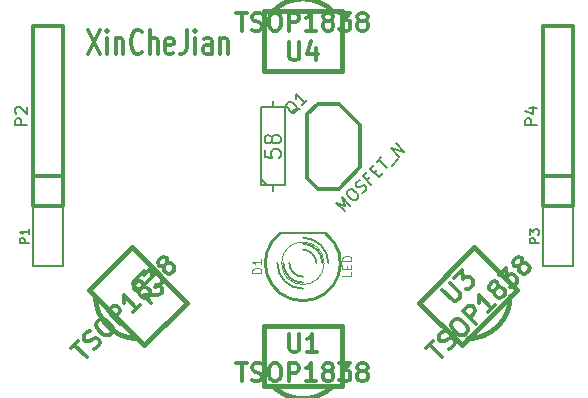
<source format=gto>
G04 (created by PCBNEW (2011-nov-30)-testing) date Wed 12 Sep 2012 01:04:55 AM CST*
%MOIN*%
G04 Gerber Fmt 3.4, Leading zero omitted, Abs format*
%FSLAX34Y34*%
G01*
G70*
G90*
G04 APERTURE LIST*
%ADD10C,0.006*%
%ADD11C,0.012*%
%ADD12C,0.015*%
%ADD13C,0.008*%
%ADD14C,0.003*%
%ADD15C,0.01*%
%ADD16C,0.0035*%
G04 APERTURE END LIST*
G54D10*
G54D11*
X21343Y-17124D02*
X21743Y-17924D01*
X21743Y-17124D02*
X21343Y-17924D01*
X21971Y-17924D02*
X21971Y-17390D01*
X21971Y-17124D02*
X21942Y-17162D01*
X21971Y-17200D01*
X21999Y-17162D01*
X21971Y-17124D01*
X21971Y-17200D01*
X22257Y-17390D02*
X22257Y-17924D01*
X22257Y-17467D02*
X22285Y-17429D01*
X22343Y-17390D01*
X22428Y-17390D01*
X22485Y-17429D01*
X22514Y-17505D01*
X22514Y-17924D01*
X23143Y-17848D02*
X23114Y-17886D01*
X23028Y-17924D01*
X22971Y-17924D01*
X22886Y-17886D01*
X22828Y-17810D01*
X22800Y-17733D01*
X22771Y-17581D01*
X22771Y-17467D01*
X22800Y-17314D01*
X22828Y-17238D01*
X22886Y-17162D01*
X22971Y-17124D01*
X23028Y-17124D01*
X23114Y-17162D01*
X23143Y-17200D01*
X23400Y-17924D02*
X23400Y-17124D01*
X23657Y-17924D02*
X23657Y-17505D01*
X23628Y-17429D01*
X23571Y-17390D01*
X23486Y-17390D01*
X23428Y-17429D01*
X23400Y-17467D01*
X24171Y-17886D02*
X24114Y-17924D01*
X24000Y-17924D01*
X23943Y-17886D01*
X23914Y-17810D01*
X23914Y-17505D01*
X23943Y-17429D01*
X24000Y-17390D01*
X24114Y-17390D01*
X24171Y-17429D01*
X24200Y-17505D01*
X24200Y-17581D01*
X23914Y-17657D01*
X24628Y-17124D02*
X24628Y-17695D01*
X24600Y-17810D01*
X24543Y-17886D01*
X24457Y-17924D01*
X24400Y-17924D01*
X24914Y-17924D02*
X24914Y-17390D01*
X24914Y-17124D02*
X24885Y-17162D01*
X24914Y-17200D01*
X24942Y-17162D01*
X24914Y-17124D01*
X24914Y-17200D01*
X25457Y-17924D02*
X25457Y-17505D01*
X25428Y-17429D01*
X25371Y-17390D01*
X25257Y-17390D01*
X25200Y-17429D01*
X25457Y-17886D02*
X25400Y-17924D01*
X25257Y-17924D01*
X25200Y-17886D01*
X25171Y-17810D01*
X25171Y-17733D01*
X25200Y-17657D01*
X25257Y-17619D01*
X25400Y-17619D01*
X25457Y-17581D01*
X25743Y-17390D02*
X25743Y-17924D01*
X25743Y-17467D02*
X25771Y-17429D01*
X25829Y-17390D01*
X25914Y-17390D01*
X25971Y-17429D01*
X26000Y-17505D01*
X26000Y-17924D01*
G54D12*
X27500Y-29000D02*
G75*
G03X29500Y-29000I1000J1000D01*
G74*
G01*
X27200Y-27000D02*
X27200Y-29000D01*
X27200Y-29000D02*
X29800Y-29000D01*
X29800Y-29000D02*
X29800Y-27000D01*
X29800Y-27000D02*
X27200Y-27000D01*
X29500Y-16500D02*
G75*
G03X27500Y-16500I-1000J-1000D01*
G74*
G01*
X29800Y-18500D02*
X29800Y-16500D01*
X29800Y-16500D02*
X27200Y-16500D01*
X27200Y-16500D02*
X27200Y-18500D01*
X27200Y-18500D02*
X29800Y-18500D01*
X21586Y-26000D02*
G75*
G03X23000Y-27414I1414J0D01*
G74*
G01*
X22788Y-24374D02*
X21374Y-25788D01*
X21374Y-25788D02*
X23212Y-27626D01*
X23212Y-27626D02*
X24626Y-26212D01*
X24626Y-26212D02*
X22788Y-24374D01*
X34000Y-27414D02*
G75*
G03X35414Y-26000I0J1414D01*
G74*
G01*
X32374Y-26212D02*
X33788Y-27626D01*
X33788Y-27626D02*
X35626Y-25788D01*
X35626Y-25788D02*
X34212Y-24374D01*
X34212Y-24374D02*
X32374Y-26212D01*
G54D11*
X28646Y-19939D02*
X28646Y-22061D01*
X28646Y-22061D02*
X29000Y-22414D01*
X29000Y-22414D02*
X29707Y-22414D01*
X29707Y-22414D02*
X30414Y-21707D01*
X30414Y-21707D02*
X30414Y-20293D01*
X30414Y-20293D02*
X29707Y-19586D01*
X29707Y-19586D02*
X29000Y-19586D01*
X29000Y-19586D02*
X28646Y-19939D01*
G54D13*
X27500Y-22500D02*
X27500Y-22300D01*
X27500Y-19500D02*
X27500Y-19700D01*
X27500Y-19700D02*
X27100Y-19700D01*
X27100Y-19700D02*
X27100Y-22300D01*
X27100Y-22300D02*
X27900Y-22300D01*
X27900Y-22300D02*
X27900Y-19700D01*
X27900Y-19700D02*
X27500Y-19700D01*
X27300Y-22300D02*
X27100Y-22100D01*
G54D10*
X20500Y-25000D02*
X19500Y-25000D01*
X19500Y-25000D02*
X19500Y-23000D01*
X19500Y-23000D02*
X20500Y-23000D01*
X20500Y-23000D02*
X20500Y-25000D01*
X37500Y-25000D02*
X36500Y-25000D01*
X36500Y-25000D02*
X36500Y-23000D01*
X36500Y-23000D02*
X37500Y-23000D01*
X37500Y-23000D02*
X37500Y-25000D01*
G54D11*
X20500Y-23000D02*
X19500Y-23000D01*
X19500Y-23000D02*
X19500Y-17000D01*
X19500Y-17000D02*
X20500Y-17000D01*
X20500Y-17000D02*
X20500Y-23000D01*
X20500Y-22000D02*
X19500Y-22000D01*
X37500Y-23000D02*
X36500Y-23000D01*
X36500Y-23000D02*
X36500Y-17000D01*
X36500Y-17000D02*
X37500Y-17000D01*
X37500Y-17000D02*
X37500Y-23000D01*
X37500Y-22000D02*
X36500Y-22000D01*
G54D13*
X29250Y-23880D02*
X27750Y-23880D01*
G54D14*
X29207Y-24900D02*
G75*
G03X29207Y-24900I-707J0D01*
G74*
G01*
G54D15*
X27749Y-23900D02*
G75*
G03X29251Y-23900I751J-1000D01*
G74*
G01*
G54D10*
X28050Y-24900D02*
G75*
G03X28500Y-25350I450J0D01*
G74*
G01*
X28950Y-24900D02*
G75*
G03X28500Y-24450I-450J0D01*
G74*
G01*
X27850Y-24900D02*
G75*
G03X28500Y-25550I650J0D01*
G74*
G01*
X29150Y-24900D02*
G75*
G03X28500Y-24250I-650J0D01*
G74*
G01*
X27650Y-24900D02*
G75*
G03X28500Y-25750I850J0D01*
G74*
G01*
X29350Y-24900D02*
G75*
G03X28500Y-24050I-850J0D01*
G74*
G01*
G54D11*
X28043Y-27249D02*
X28043Y-27735D01*
X28071Y-27792D01*
X28100Y-27820D01*
X28157Y-27849D01*
X28271Y-27849D01*
X28329Y-27820D01*
X28357Y-27792D01*
X28386Y-27735D01*
X28386Y-27249D01*
X28986Y-27849D02*
X28643Y-27849D01*
X28815Y-27849D02*
X28815Y-27249D01*
X28758Y-27335D01*
X28700Y-27392D01*
X28643Y-27420D01*
X26287Y-28234D02*
X26630Y-28234D01*
X26459Y-28834D02*
X26459Y-28234D01*
X26801Y-28805D02*
X26887Y-28834D01*
X27030Y-28834D01*
X27087Y-28805D01*
X27116Y-28777D01*
X27144Y-28720D01*
X27144Y-28662D01*
X27116Y-28605D01*
X27087Y-28577D01*
X27030Y-28548D01*
X26916Y-28520D01*
X26858Y-28491D01*
X26830Y-28462D01*
X26801Y-28405D01*
X26801Y-28348D01*
X26830Y-28291D01*
X26858Y-28262D01*
X26916Y-28234D01*
X27058Y-28234D01*
X27144Y-28262D01*
X27515Y-28234D02*
X27629Y-28234D01*
X27687Y-28262D01*
X27744Y-28320D01*
X27772Y-28434D01*
X27772Y-28634D01*
X27744Y-28748D01*
X27687Y-28805D01*
X27629Y-28834D01*
X27515Y-28834D01*
X27458Y-28805D01*
X27401Y-28748D01*
X27372Y-28634D01*
X27372Y-28434D01*
X27401Y-28320D01*
X27458Y-28262D01*
X27515Y-28234D01*
X28030Y-28834D02*
X28030Y-28234D01*
X28258Y-28234D01*
X28316Y-28262D01*
X28344Y-28291D01*
X28373Y-28348D01*
X28373Y-28434D01*
X28344Y-28491D01*
X28316Y-28520D01*
X28258Y-28548D01*
X28030Y-28548D01*
X28944Y-28834D02*
X28601Y-28834D01*
X28773Y-28834D02*
X28773Y-28234D01*
X28716Y-28320D01*
X28658Y-28377D01*
X28601Y-28405D01*
X29287Y-28491D02*
X29229Y-28462D01*
X29201Y-28434D01*
X29172Y-28377D01*
X29172Y-28348D01*
X29201Y-28291D01*
X29229Y-28262D01*
X29287Y-28234D01*
X29401Y-28234D01*
X29458Y-28262D01*
X29487Y-28291D01*
X29515Y-28348D01*
X29515Y-28377D01*
X29487Y-28434D01*
X29458Y-28462D01*
X29401Y-28491D01*
X29287Y-28491D01*
X29229Y-28520D01*
X29201Y-28548D01*
X29172Y-28605D01*
X29172Y-28720D01*
X29201Y-28777D01*
X29229Y-28805D01*
X29287Y-28834D01*
X29401Y-28834D01*
X29458Y-28805D01*
X29487Y-28777D01*
X29515Y-28720D01*
X29515Y-28605D01*
X29487Y-28548D01*
X29458Y-28520D01*
X29401Y-28491D01*
X29715Y-28234D02*
X30086Y-28234D01*
X29886Y-28462D01*
X29972Y-28462D01*
X30029Y-28491D01*
X30058Y-28520D01*
X30086Y-28577D01*
X30086Y-28720D01*
X30058Y-28777D01*
X30029Y-28805D01*
X29972Y-28834D01*
X29800Y-28834D01*
X29743Y-28805D01*
X29715Y-28777D01*
X30429Y-28491D02*
X30371Y-28462D01*
X30343Y-28434D01*
X30314Y-28377D01*
X30314Y-28348D01*
X30343Y-28291D01*
X30371Y-28262D01*
X30429Y-28234D01*
X30543Y-28234D01*
X30600Y-28262D01*
X30629Y-28291D01*
X30657Y-28348D01*
X30657Y-28377D01*
X30629Y-28434D01*
X30600Y-28462D01*
X30543Y-28491D01*
X30429Y-28491D01*
X30371Y-28520D01*
X30343Y-28548D01*
X30314Y-28605D01*
X30314Y-28720D01*
X30343Y-28777D01*
X30371Y-28805D01*
X30429Y-28834D01*
X30543Y-28834D01*
X30600Y-28805D01*
X30629Y-28777D01*
X30657Y-28720D01*
X30657Y-28605D01*
X30629Y-28548D01*
X30600Y-28520D01*
X30543Y-28491D01*
X28043Y-17537D02*
X28043Y-18023D01*
X28071Y-18080D01*
X28100Y-18108D01*
X28157Y-18137D01*
X28271Y-18137D01*
X28329Y-18108D01*
X28357Y-18080D01*
X28386Y-18023D01*
X28386Y-17537D01*
X28929Y-17737D02*
X28929Y-18137D01*
X28786Y-17508D02*
X28643Y-17937D01*
X29015Y-17937D01*
X26287Y-16552D02*
X26630Y-16552D01*
X26459Y-17152D02*
X26459Y-16552D01*
X26801Y-17123D02*
X26887Y-17152D01*
X27030Y-17152D01*
X27087Y-17123D01*
X27116Y-17095D01*
X27144Y-17038D01*
X27144Y-16980D01*
X27116Y-16923D01*
X27087Y-16895D01*
X27030Y-16866D01*
X26916Y-16838D01*
X26858Y-16809D01*
X26830Y-16780D01*
X26801Y-16723D01*
X26801Y-16666D01*
X26830Y-16609D01*
X26858Y-16580D01*
X26916Y-16552D01*
X27058Y-16552D01*
X27144Y-16580D01*
X27515Y-16552D02*
X27629Y-16552D01*
X27687Y-16580D01*
X27744Y-16638D01*
X27772Y-16752D01*
X27772Y-16952D01*
X27744Y-17066D01*
X27687Y-17123D01*
X27629Y-17152D01*
X27515Y-17152D01*
X27458Y-17123D01*
X27401Y-17066D01*
X27372Y-16952D01*
X27372Y-16752D01*
X27401Y-16638D01*
X27458Y-16580D01*
X27515Y-16552D01*
X28030Y-17152D02*
X28030Y-16552D01*
X28258Y-16552D01*
X28316Y-16580D01*
X28344Y-16609D01*
X28373Y-16666D01*
X28373Y-16752D01*
X28344Y-16809D01*
X28316Y-16838D01*
X28258Y-16866D01*
X28030Y-16866D01*
X28944Y-17152D02*
X28601Y-17152D01*
X28773Y-17152D02*
X28773Y-16552D01*
X28716Y-16638D01*
X28658Y-16695D01*
X28601Y-16723D01*
X29287Y-16809D02*
X29229Y-16780D01*
X29201Y-16752D01*
X29172Y-16695D01*
X29172Y-16666D01*
X29201Y-16609D01*
X29229Y-16580D01*
X29287Y-16552D01*
X29401Y-16552D01*
X29458Y-16580D01*
X29487Y-16609D01*
X29515Y-16666D01*
X29515Y-16695D01*
X29487Y-16752D01*
X29458Y-16780D01*
X29401Y-16809D01*
X29287Y-16809D01*
X29229Y-16838D01*
X29201Y-16866D01*
X29172Y-16923D01*
X29172Y-17038D01*
X29201Y-17095D01*
X29229Y-17123D01*
X29287Y-17152D01*
X29401Y-17152D01*
X29458Y-17123D01*
X29487Y-17095D01*
X29515Y-17038D01*
X29515Y-16923D01*
X29487Y-16866D01*
X29458Y-16838D01*
X29401Y-16809D01*
X29715Y-16552D02*
X30086Y-16552D01*
X29886Y-16780D01*
X29972Y-16780D01*
X30029Y-16809D01*
X30058Y-16838D01*
X30086Y-16895D01*
X30086Y-17038D01*
X30058Y-17095D01*
X30029Y-17123D01*
X29972Y-17152D01*
X29800Y-17152D01*
X29743Y-17123D01*
X29715Y-17095D01*
X30429Y-16809D02*
X30371Y-16780D01*
X30343Y-16752D01*
X30314Y-16695D01*
X30314Y-16666D01*
X30343Y-16609D01*
X30371Y-16580D01*
X30429Y-16552D01*
X30543Y-16552D01*
X30600Y-16580D01*
X30629Y-16609D01*
X30657Y-16666D01*
X30657Y-16695D01*
X30629Y-16752D01*
X30600Y-16780D01*
X30543Y-16809D01*
X30429Y-16809D01*
X30371Y-16838D01*
X30343Y-16866D01*
X30314Y-16923D01*
X30314Y-17038D01*
X30343Y-17095D01*
X30371Y-17123D01*
X30429Y-17152D01*
X30543Y-17152D01*
X30600Y-17123D01*
X30629Y-17095D01*
X30657Y-17038D01*
X30657Y-16923D01*
X30629Y-16866D01*
X30600Y-16838D01*
X30543Y-16809D01*
X23208Y-25145D02*
X22865Y-25489D01*
X22844Y-25549D01*
X22845Y-25589D01*
X22865Y-25650D01*
X22945Y-25731D01*
X23007Y-25751D01*
X23046Y-25751D01*
X23107Y-25732D01*
X23451Y-25388D01*
X23592Y-25610D02*
X23633Y-25610D01*
X23693Y-25630D01*
X23794Y-25732D01*
X23815Y-25792D01*
X23815Y-25833D01*
X23794Y-25893D01*
X23754Y-25933D01*
X23674Y-25974D01*
X23188Y-25974D01*
X23451Y-26236D01*
X20765Y-27730D02*
X21007Y-27488D01*
X21311Y-28033D02*
X20886Y-27609D01*
X21532Y-27771D02*
X21613Y-27730D01*
X21714Y-27629D01*
X21734Y-27568D01*
X21735Y-27528D01*
X21714Y-27468D01*
X21673Y-27427D01*
X21613Y-27407D01*
X21573Y-27407D01*
X21512Y-27427D01*
X21412Y-27488D01*
X21350Y-27508D01*
X21310Y-27508D01*
X21249Y-27488D01*
X21209Y-27448D01*
X21189Y-27387D01*
X21188Y-27346D01*
X21210Y-27286D01*
X21310Y-27185D01*
X21391Y-27144D01*
X21633Y-26862D02*
X21714Y-26781D01*
X21774Y-26760D01*
X21856Y-26761D01*
X21956Y-26822D01*
X22098Y-26963D01*
X22158Y-27064D01*
X22158Y-27144D01*
X22138Y-27206D01*
X22057Y-27286D01*
X21997Y-27306D01*
X21916Y-27306D01*
X21815Y-27246D01*
X21673Y-27105D01*
X21613Y-27003D01*
X21613Y-26922D01*
X21633Y-26862D01*
X22421Y-26922D02*
X21997Y-26498D01*
X22158Y-26337D01*
X22219Y-26315D01*
X22260Y-26316D01*
X22320Y-26336D01*
X22381Y-26397D01*
X22401Y-26458D01*
X22402Y-26498D01*
X22380Y-26559D01*
X22219Y-26720D01*
X23068Y-26276D02*
X22825Y-26518D01*
X22947Y-26397D02*
X22523Y-25973D01*
X22543Y-26074D01*
X22542Y-26155D01*
X22522Y-26215D01*
X23068Y-25791D02*
X23006Y-25811D01*
X22967Y-25811D01*
X22906Y-25792D01*
X22885Y-25771D01*
X22866Y-25710D01*
X22865Y-25670D01*
X22886Y-25609D01*
X22967Y-25528D01*
X23027Y-25508D01*
X23068Y-25508D01*
X23128Y-25528D01*
X23148Y-25549D01*
X23169Y-25609D01*
X23168Y-25649D01*
X23148Y-25710D01*
X23068Y-25791D01*
X23047Y-25852D01*
X23047Y-25892D01*
X23067Y-25953D01*
X23148Y-26034D01*
X23209Y-26054D01*
X23249Y-26054D01*
X23310Y-26033D01*
X23391Y-25953D01*
X23411Y-25892D01*
X23411Y-25852D01*
X23391Y-25792D01*
X23310Y-25710D01*
X23250Y-25690D01*
X23209Y-25690D01*
X23148Y-25710D01*
X23189Y-25306D02*
X23451Y-25044D01*
X23471Y-25347D01*
X23532Y-25286D01*
X23592Y-25266D01*
X23633Y-25266D01*
X23694Y-25287D01*
X23795Y-25388D01*
X23815Y-25448D01*
X23814Y-25488D01*
X23795Y-25549D01*
X23673Y-25671D01*
X23612Y-25690D01*
X23573Y-25690D01*
X23875Y-24983D02*
X23814Y-25004D01*
X23774Y-25004D01*
X23713Y-24984D01*
X23693Y-24963D01*
X23673Y-24903D01*
X23672Y-24862D01*
X23694Y-24802D01*
X23774Y-24721D01*
X23834Y-24700D01*
X23875Y-24700D01*
X23935Y-24721D01*
X23956Y-24741D01*
X23976Y-24802D01*
X23976Y-24842D01*
X23956Y-24903D01*
X23875Y-24983D01*
X23855Y-25045D01*
X23855Y-25084D01*
X23875Y-25145D01*
X23956Y-25227D01*
X24017Y-25246D01*
X24056Y-25246D01*
X24118Y-25226D01*
X24198Y-25145D01*
X24218Y-25084D01*
X24219Y-25044D01*
X24198Y-24984D01*
X24117Y-24903D01*
X24057Y-24882D01*
X24017Y-24883D01*
X23956Y-24903D01*
X33145Y-25792D02*
X33489Y-26135D01*
X33549Y-26156D01*
X33589Y-26155D01*
X33650Y-26135D01*
X33731Y-26055D01*
X33751Y-25993D01*
X33751Y-25954D01*
X33732Y-25893D01*
X33388Y-25549D01*
X33550Y-25387D02*
X33812Y-25125D01*
X33832Y-25428D01*
X33893Y-25367D01*
X33954Y-25347D01*
X33995Y-25347D01*
X34055Y-25367D01*
X34156Y-25469D01*
X34176Y-25529D01*
X34176Y-25569D01*
X34156Y-25630D01*
X34034Y-25751D01*
X33973Y-25771D01*
X33934Y-25771D01*
X32601Y-27730D02*
X32843Y-27488D01*
X33147Y-28033D02*
X32722Y-27609D01*
X33368Y-27771D02*
X33449Y-27730D01*
X33550Y-27629D01*
X33570Y-27568D01*
X33571Y-27528D01*
X33550Y-27468D01*
X33509Y-27427D01*
X33449Y-27407D01*
X33409Y-27407D01*
X33348Y-27427D01*
X33248Y-27488D01*
X33186Y-27508D01*
X33146Y-27508D01*
X33085Y-27488D01*
X33045Y-27448D01*
X33025Y-27387D01*
X33024Y-27346D01*
X33046Y-27286D01*
X33146Y-27185D01*
X33227Y-27144D01*
X33469Y-26862D02*
X33550Y-26781D01*
X33610Y-26760D01*
X33692Y-26761D01*
X33792Y-26822D01*
X33934Y-26963D01*
X33994Y-27064D01*
X33994Y-27144D01*
X33974Y-27206D01*
X33893Y-27286D01*
X33833Y-27306D01*
X33752Y-27306D01*
X33651Y-27246D01*
X33509Y-27105D01*
X33449Y-27003D01*
X33449Y-26922D01*
X33469Y-26862D01*
X34257Y-26922D02*
X33833Y-26498D01*
X33994Y-26337D01*
X34055Y-26315D01*
X34096Y-26316D01*
X34156Y-26336D01*
X34217Y-26397D01*
X34237Y-26458D01*
X34238Y-26498D01*
X34216Y-26559D01*
X34055Y-26720D01*
X34904Y-26276D02*
X34661Y-26518D01*
X34783Y-26397D02*
X34359Y-25973D01*
X34379Y-26074D01*
X34378Y-26155D01*
X34358Y-26215D01*
X34904Y-25791D02*
X34842Y-25811D01*
X34803Y-25811D01*
X34742Y-25792D01*
X34721Y-25771D01*
X34702Y-25710D01*
X34701Y-25670D01*
X34722Y-25609D01*
X34803Y-25528D01*
X34863Y-25508D01*
X34904Y-25508D01*
X34964Y-25528D01*
X34984Y-25549D01*
X35005Y-25609D01*
X35004Y-25649D01*
X34984Y-25710D01*
X34904Y-25791D01*
X34883Y-25852D01*
X34883Y-25892D01*
X34903Y-25953D01*
X34984Y-26034D01*
X35045Y-26054D01*
X35085Y-26054D01*
X35146Y-26033D01*
X35227Y-25953D01*
X35247Y-25892D01*
X35247Y-25852D01*
X35227Y-25792D01*
X35146Y-25710D01*
X35086Y-25690D01*
X35045Y-25690D01*
X34984Y-25710D01*
X35025Y-25306D02*
X35287Y-25044D01*
X35307Y-25347D01*
X35368Y-25286D01*
X35428Y-25266D01*
X35469Y-25266D01*
X35530Y-25287D01*
X35631Y-25388D01*
X35651Y-25448D01*
X35650Y-25488D01*
X35631Y-25549D01*
X35509Y-25671D01*
X35448Y-25690D01*
X35409Y-25690D01*
X35711Y-24983D02*
X35650Y-25004D01*
X35610Y-25004D01*
X35549Y-24984D01*
X35529Y-24963D01*
X35509Y-24903D01*
X35508Y-24862D01*
X35530Y-24802D01*
X35610Y-24721D01*
X35670Y-24700D01*
X35711Y-24700D01*
X35771Y-24721D01*
X35792Y-24741D01*
X35812Y-24802D01*
X35812Y-24842D01*
X35792Y-24903D01*
X35711Y-24983D01*
X35691Y-25045D01*
X35691Y-25084D01*
X35711Y-25145D01*
X35792Y-25227D01*
X35853Y-25246D01*
X35892Y-25246D01*
X35954Y-25226D01*
X36034Y-25145D01*
X36054Y-25084D01*
X36055Y-25044D01*
X36034Y-24984D01*
X35953Y-24903D01*
X35893Y-24882D01*
X35853Y-24883D01*
X35792Y-24903D01*
G54D13*
X28408Y-19754D02*
X28367Y-19768D01*
X28314Y-19768D01*
X28233Y-19768D01*
X28192Y-19782D01*
X28165Y-19809D01*
X28246Y-19862D02*
X28205Y-19876D01*
X28152Y-19876D01*
X28084Y-19836D01*
X27990Y-19741D01*
X27949Y-19674D01*
X27949Y-19620D01*
X27963Y-19580D01*
X28017Y-19525D01*
X28058Y-19512D01*
X28111Y-19512D01*
X28178Y-19552D01*
X28273Y-19647D01*
X28314Y-19714D01*
X28314Y-19768D01*
X28300Y-19808D01*
X28246Y-19862D01*
X28637Y-19471D02*
X28475Y-19633D01*
X28555Y-19553D02*
X28272Y-19270D01*
X28286Y-19337D01*
X28286Y-19391D01*
X28272Y-19431D01*
X29893Y-23166D02*
X29610Y-22883D01*
X29907Y-22990D01*
X29799Y-22694D01*
X30081Y-22977D01*
X29987Y-22506D02*
X30041Y-22451D01*
X30081Y-22438D01*
X30135Y-22438D01*
X30202Y-22478D01*
X30297Y-22573D01*
X30337Y-22640D01*
X30337Y-22694D01*
X30324Y-22734D01*
X30269Y-22789D01*
X30229Y-22802D01*
X30175Y-22802D01*
X30108Y-22762D01*
X30014Y-22667D01*
X29973Y-22600D01*
X29973Y-22546D01*
X29987Y-22506D01*
X30485Y-22546D02*
X30539Y-22519D01*
X30607Y-22451D01*
X30620Y-22411D01*
X30620Y-22384D01*
X30607Y-22344D01*
X30580Y-22317D01*
X30540Y-22304D01*
X30512Y-22303D01*
X30472Y-22316D01*
X30404Y-22357D01*
X30364Y-22371D01*
X30337Y-22371D01*
X30296Y-22357D01*
X30269Y-22330D01*
X30256Y-22290D01*
X30256Y-22263D01*
X30269Y-22223D01*
X30337Y-22155D01*
X30391Y-22128D01*
X30728Y-22033D02*
X30633Y-22128D01*
X30781Y-22277D02*
X30499Y-21994D01*
X30634Y-21859D01*
X30875Y-21886D02*
X30970Y-21791D01*
X31159Y-21899D02*
X31024Y-22034D01*
X30741Y-21751D01*
X30876Y-21616D01*
X30957Y-21536D02*
X31119Y-21374D01*
X31320Y-21738D02*
X31037Y-21455D01*
X31455Y-21657D02*
X31671Y-21441D01*
X31711Y-21347D02*
X31428Y-21064D01*
X31873Y-21185D01*
X31590Y-20902D01*
X27223Y-21119D02*
X27223Y-21357D01*
X27485Y-21381D01*
X27458Y-21357D01*
X27432Y-21309D01*
X27432Y-21190D01*
X27458Y-21143D01*
X27485Y-21119D01*
X27537Y-21095D01*
X27668Y-21095D01*
X27720Y-21119D01*
X27746Y-21143D01*
X27773Y-21190D01*
X27773Y-21309D01*
X27746Y-21357D01*
X27720Y-21381D01*
X27458Y-20810D02*
X27432Y-20857D01*
X27406Y-20881D01*
X27354Y-20905D01*
X27327Y-20905D01*
X27275Y-20881D01*
X27249Y-20857D01*
X27223Y-20810D01*
X27223Y-20714D01*
X27249Y-20667D01*
X27275Y-20643D01*
X27327Y-20619D01*
X27354Y-20619D01*
X27406Y-20643D01*
X27432Y-20667D01*
X27458Y-20714D01*
X27458Y-20810D01*
X27485Y-20857D01*
X27511Y-20881D01*
X27563Y-20905D01*
X27668Y-20905D01*
X27720Y-20881D01*
X27746Y-20857D01*
X27773Y-20810D01*
X27773Y-20714D01*
X27746Y-20667D01*
X27720Y-20643D01*
X27668Y-20619D01*
X27563Y-20619D01*
X27511Y-20643D01*
X27485Y-20667D01*
X27458Y-20714D01*
G54D10*
X19371Y-24222D02*
X19071Y-24222D01*
X19071Y-24107D01*
X19086Y-24079D01*
X19100Y-24064D01*
X19129Y-24050D01*
X19171Y-24050D01*
X19200Y-24064D01*
X19214Y-24079D01*
X19229Y-24107D01*
X19229Y-24222D01*
X19371Y-23764D02*
X19371Y-23936D01*
X19371Y-23850D02*
X19071Y-23850D01*
X19114Y-23879D01*
X19143Y-23907D01*
X19157Y-23936D01*
X36371Y-24222D02*
X36071Y-24222D01*
X36071Y-24107D01*
X36086Y-24079D01*
X36100Y-24064D01*
X36129Y-24050D01*
X36171Y-24050D01*
X36200Y-24064D01*
X36214Y-24079D01*
X36229Y-24107D01*
X36229Y-24222D01*
X36071Y-23950D02*
X36071Y-23764D01*
X36186Y-23864D01*
X36186Y-23822D01*
X36200Y-23793D01*
X36214Y-23779D01*
X36243Y-23764D01*
X36314Y-23764D01*
X36343Y-23779D01*
X36357Y-23793D01*
X36371Y-23822D01*
X36371Y-23907D01*
X36357Y-23936D01*
X36343Y-23950D01*
G54D13*
X19312Y-20295D02*
X18912Y-20295D01*
X18912Y-20142D01*
X18931Y-20104D01*
X18950Y-20085D01*
X18988Y-20066D01*
X19045Y-20066D01*
X19083Y-20085D01*
X19102Y-20104D01*
X19121Y-20142D01*
X19121Y-20295D01*
X18950Y-19914D02*
X18931Y-19895D01*
X18912Y-19857D01*
X18912Y-19761D01*
X18931Y-19723D01*
X18950Y-19704D01*
X18988Y-19685D01*
X19026Y-19685D01*
X19083Y-19704D01*
X19312Y-19933D01*
X19312Y-19685D01*
X36312Y-20295D02*
X35912Y-20295D01*
X35912Y-20142D01*
X35931Y-20104D01*
X35950Y-20085D01*
X35988Y-20066D01*
X36045Y-20066D01*
X36083Y-20085D01*
X36102Y-20104D01*
X36121Y-20142D01*
X36121Y-20295D01*
X36045Y-19723D02*
X36312Y-19723D01*
X35893Y-19819D02*
X36179Y-19914D01*
X36179Y-19666D01*
G54D16*
X27121Y-25222D02*
X26821Y-25222D01*
X26821Y-25150D01*
X26836Y-25107D01*
X26864Y-25079D01*
X26893Y-25064D01*
X26950Y-25050D01*
X26993Y-25050D01*
X27050Y-25064D01*
X27079Y-25079D01*
X27107Y-25107D01*
X27121Y-25150D01*
X27121Y-25222D01*
X27121Y-24764D02*
X27121Y-24936D01*
X27121Y-24850D02*
X26821Y-24850D01*
X26864Y-24879D01*
X26893Y-24907D01*
X26907Y-24936D01*
X30121Y-25193D02*
X30121Y-25336D01*
X29821Y-25336D01*
X29964Y-25093D02*
X29964Y-24993D01*
X30121Y-24950D02*
X30121Y-25093D01*
X29821Y-25093D01*
X29821Y-24950D01*
X30121Y-24822D02*
X29821Y-24822D01*
X29821Y-24750D01*
X29836Y-24707D01*
X29864Y-24679D01*
X29893Y-24664D01*
X29950Y-24650D01*
X29993Y-24650D01*
X30050Y-24664D01*
X30079Y-24679D01*
X30107Y-24707D01*
X30121Y-24750D01*
X30121Y-24822D01*
M02*

</source>
